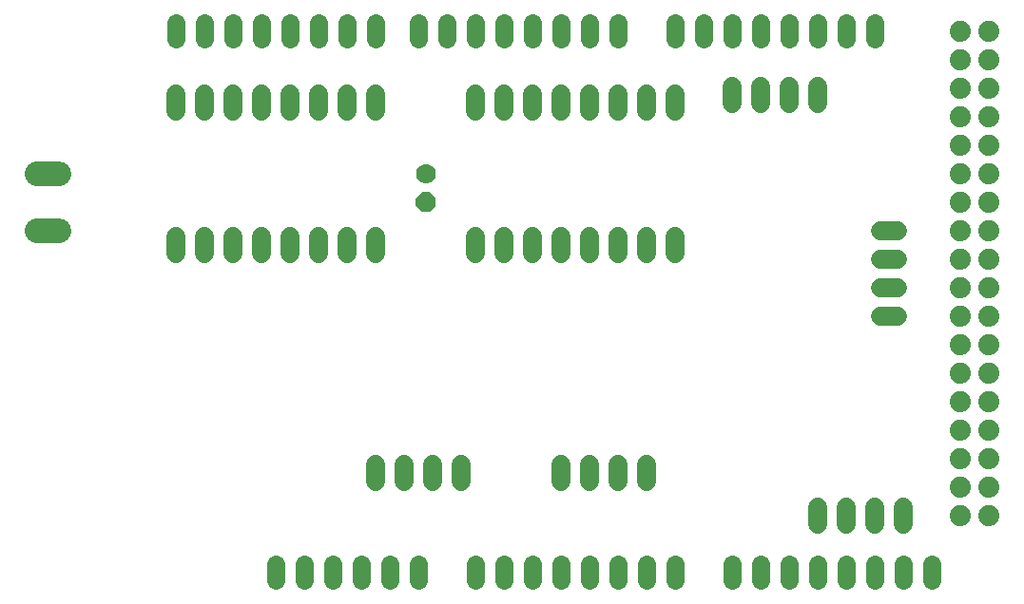
<source format=gbr>
G04 EAGLE Gerber RS-274X export*
G75*
%MOMM*%
%FSLAX34Y34*%
%LPD*%
%INSoldermask Bottom*%
%IPPOS*%
%AMOC8*
5,1,8,0,0,1.08239X$1,22.5*%
G01*
%ADD10C,1.727200*%
%ADD11C,2.184400*%
%ADD12P,1.924489X8X292.500000*%
%ADD13C,1.778000*%
%ADD14C,1.625600*%
%ADD15C,1.879600*%
%ADD16C,1.711200*%


D10*
X482600Y121920D02*
X482600Y106680D01*
X457200Y106680D02*
X457200Y121920D01*
X431800Y121920D02*
X431800Y106680D01*
X406400Y106680D02*
X406400Y121920D01*
X647700Y121920D02*
X647700Y106680D01*
X622300Y106680D02*
X622300Y121920D01*
X596900Y121920D02*
X596900Y106680D01*
X571500Y106680D02*
X571500Y121920D01*
X855980Y330200D02*
X871220Y330200D01*
X871220Y304800D02*
X855980Y304800D01*
X855980Y279400D02*
X871220Y279400D01*
X871220Y254000D02*
X855980Y254000D01*
X800100Y83820D02*
X800100Y68580D01*
X825500Y68580D02*
X825500Y83820D01*
X850900Y83820D02*
X850900Y68580D01*
X876300Y68580D02*
X876300Y83820D01*
X800100Y443230D02*
X800100Y458470D01*
X774700Y458470D02*
X774700Y443230D01*
X749300Y443230D02*
X749300Y458470D01*
X723900Y458470D02*
X723900Y443230D01*
D11*
X124206Y330454D02*
X104394Y330454D01*
X104394Y380746D02*
X124206Y380746D01*
D12*
X450850Y355600D03*
D13*
X450850Y381000D03*
D14*
X228600Y500888D02*
X228600Y515112D01*
X254000Y515112D02*
X254000Y500888D01*
X279400Y500888D02*
X279400Y515112D01*
X304800Y515112D02*
X304800Y500888D01*
X330200Y500888D02*
X330200Y515112D01*
X355600Y515112D02*
X355600Y500888D01*
X381000Y500888D02*
X381000Y515112D01*
X406400Y515112D02*
X406400Y500888D01*
X444500Y500888D02*
X444500Y515112D01*
X469900Y515112D02*
X469900Y500888D01*
X495300Y500888D02*
X495300Y515112D01*
X520700Y515112D02*
X520700Y500888D01*
X546100Y500888D02*
X546100Y515112D01*
X571500Y515112D02*
X571500Y500888D01*
X596900Y500888D02*
X596900Y515112D01*
X622300Y515112D02*
X622300Y500888D01*
X673100Y500888D02*
X673100Y515112D01*
X698500Y515112D02*
X698500Y500888D01*
X723900Y500888D02*
X723900Y515112D01*
X749300Y515112D02*
X749300Y500888D01*
X774700Y500888D02*
X774700Y515112D01*
X800100Y515112D02*
X800100Y500888D01*
X825500Y500888D02*
X825500Y515112D01*
X850900Y515112D02*
X850900Y500888D01*
D15*
X927100Y508000D03*
X927100Y482600D03*
X927100Y457200D03*
X927100Y431800D03*
X927100Y406400D03*
X927100Y381000D03*
X927100Y355600D03*
X927100Y330200D03*
X927100Y304800D03*
X927100Y279400D03*
X927100Y254000D03*
X927100Y228600D03*
X927100Y203200D03*
X927100Y177800D03*
X927100Y152400D03*
X927100Y127000D03*
X927100Y101600D03*
X927100Y76200D03*
X952500Y76200D03*
X952500Y101600D03*
X952500Y127000D03*
X952500Y152400D03*
X952500Y177800D03*
X952500Y203200D03*
X952500Y228600D03*
X952500Y254000D03*
X952500Y279400D03*
X952500Y304800D03*
X952500Y330200D03*
X952500Y355600D03*
X952500Y381000D03*
X952500Y406400D03*
X952500Y431800D03*
X952500Y457200D03*
X952500Y482600D03*
X952500Y508000D03*
D14*
X901700Y32512D02*
X901700Y18288D01*
X876300Y18288D02*
X876300Y32512D01*
X850900Y32512D02*
X850900Y18288D01*
X825500Y18288D02*
X825500Y32512D01*
X800100Y32512D02*
X800100Y18288D01*
X774700Y18288D02*
X774700Y32512D01*
X749300Y32512D02*
X749300Y18288D01*
X723900Y18288D02*
X723900Y32512D01*
X673100Y32512D02*
X673100Y18288D01*
X647700Y18288D02*
X647700Y32512D01*
X622300Y32512D02*
X622300Y18288D01*
X596900Y18288D02*
X596900Y32512D01*
X571500Y32512D02*
X571500Y18288D01*
X546100Y18288D02*
X546100Y32512D01*
X520700Y32512D02*
X520700Y18288D01*
X495300Y18288D02*
X495300Y32512D01*
X444500Y32512D02*
X444500Y18288D01*
X419100Y18288D02*
X419100Y32512D01*
X393700Y32512D02*
X393700Y18288D01*
X368300Y18288D02*
X368300Y32512D01*
X342900Y32512D02*
X342900Y18288D01*
X317500Y18288D02*
X317500Y32512D01*
D16*
X673100Y436960D02*
X673100Y452040D01*
X647700Y452040D02*
X647700Y436960D01*
X622300Y436960D02*
X622300Y452040D01*
X596900Y452040D02*
X596900Y436960D01*
X571500Y436960D02*
X571500Y452040D01*
X546100Y452040D02*
X546100Y436960D01*
X520700Y436960D02*
X520700Y452040D01*
X495300Y452040D02*
X495300Y436960D01*
X495300Y325040D02*
X495300Y309960D01*
X520700Y309960D02*
X520700Y325040D01*
X546100Y325040D02*
X546100Y309960D01*
X571500Y309960D02*
X571500Y325040D01*
X596900Y325040D02*
X596900Y309960D01*
X622300Y309960D02*
X622300Y325040D01*
X647700Y325040D02*
X647700Y309960D01*
X673100Y309960D02*
X673100Y325040D01*
X406400Y436960D02*
X406400Y452040D01*
X381000Y452040D02*
X381000Y436960D01*
X355600Y436960D02*
X355600Y452040D01*
X330200Y452040D02*
X330200Y436960D01*
X304800Y436960D02*
X304800Y452040D01*
X279400Y452040D02*
X279400Y436960D01*
X254000Y436960D02*
X254000Y452040D01*
X228600Y452040D02*
X228600Y436960D01*
X228600Y325040D02*
X228600Y309960D01*
X254000Y309960D02*
X254000Y325040D01*
X279400Y325040D02*
X279400Y309960D01*
X304800Y309960D02*
X304800Y325040D01*
X330200Y325040D02*
X330200Y309960D01*
X355600Y309960D02*
X355600Y325040D01*
X381000Y325040D02*
X381000Y309960D01*
X406400Y309960D02*
X406400Y325040D01*
M02*

</source>
